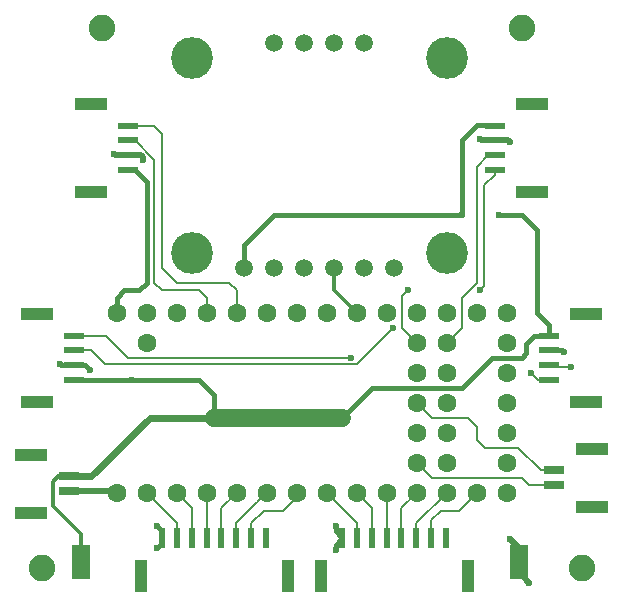
<source format=gtl>
G04 #@! TF.GenerationSoftware,KiCad,Pcbnew,(5.1.9)-1*
G04 #@! TF.CreationDate,2021-04-18T01:47:18-07:00*
G04 #@! TF.ProjectId,UAS_Teensy,5541535f-5465-4656-9e73-792e6b696361,rev?*
G04 #@! TF.SameCoordinates,Original*
G04 #@! TF.FileFunction,Copper,L1,Top*
G04 #@! TF.FilePolarity,Positive*
%FSLAX46Y46*%
G04 Gerber Fmt 4.6, Leading zero omitted, Abs format (unit mm)*
G04 Created by KiCad (PCBNEW (5.1.9)-1) date 2021-04-18 01:47:18*
%MOMM*%
%LPD*%
G01*
G04 APERTURE LIST*
G04 #@! TA.AperFunction,SMDPad,CuDef*
%ADD10R,1.500000X3.000000*%
G04 #@! TD*
G04 #@! TA.AperFunction,SMDPad,CuDef*
%ADD11R,2.700000X1.000000*%
G04 #@! TD*
G04 #@! TA.AperFunction,SMDPad,CuDef*
%ADD12R,1.700000X0.600000*%
G04 #@! TD*
G04 #@! TA.AperFunction,SMDPad,CuDef*
%ADD13R,1.803400X0.660400*%
G04 #@! TD*
G04 #@! TA.AperFunction,SMDPad,CuDef*
%ADD14R,2.794000X0.990600*%
G04 #@! TD*
G04 #@! TA.AperFunction,SMDPad,CuDef*
%ADD15R,1.000000X2.700000*%
G04 #@! TD*
G04 #@! TA.AperFunction,SMDPad,CuDef*
%ADD16R,0.600000X1.700000*%
G04 #@! TD*
G04 #@! TA.AperFunction,ComponentPad*
%ADD17C,1.500000*%
G04 #@! TD*
G04 #@! TA.AperFunction,ComponentPad*
%ADD18C,3.540000*%
G04 #@! TD*
G04 #@! TA.AperFunction,ComponentPad*
%ADD19C,1.600000*%
G04 #@! TD*
G04 #@! TA.AperFunction,ViaPad*
%ADD20C,2.250000*%
G04 #@! TD*
G04 #@! TA.AperFunction,ViaPad*
%ADD21C,0.600000*%
G04 #@! TD*
G04 #@! TA.AperFunction,Conductor*
%ADD22C,0.127000*%
G04 #@! TD*
G04 #@! TA.AperFunction,Conductor*
%ADD23C,0.200000*%
G04 #@! TD*
G04 #@! TA.AperFunction,Conductor*
%ADD24C,0.300000*%
G04 #@! TD*
G04 #@! TA.AperFunction,Conductor*
%ADD25C,0.500000*%
G04 #@! TD*
G04 #@! TA.AperFunction,Conductor*
%ADD26C,0.400000*%
G04 #@! TD*
G04 #@! TA.AperFunction,Conductor*
%ADD27C,0.150000*%
G04 #@! TD*
G04 #@! TA.AperFunction,Conductor*
%ADD28C,1.500000*%
G04 #@! TD*
G04 #@! TA.AperFunction,Conductor*
%ADD29C,0.600000*%
G04 #@! TD*
G04 APERTURE END LIST*
D10*
X121666000Y-101092000D03*
X84582000Y-101092000D03*
D11*
X122845000Y-62315000D03*
D12*
X119645000Y-64165000D03*
X119645000Y-65415000D03*
X119645000Y-67915000D03*
X119645000Y-66665000D03*
D11*
X122845000Y-69765000D03*
X85435000Y-69765000D03*
D12*
X88635000Y-67915000D03*
X88635000Y-66665000D03*
X88635000Y-64165000D03*
X88635000Y-65415000D03*
D11*
X85435000Y-62315000D03*
X80863000Y-87545000D03*
D12*
X84063000Y-85695000D03*
X84063000Y-84445000D03*
X84063000Y-81945000D03*
X84063000Y-83195000D03*
D11*
X80863000Y-80095000D03*
X127417000Y-80095000D03*
D12*
X124217000Y-81945000D03*
X124217000Y-83195000D03*
X124217000Y-85695000D03*
X124217000Y-84445000D03*
D11*
X127417000Y-87545000D03*
D13*
X83624979Y-93863000D03*
X83624979Y-95113000D03*
D14*
X80414978Y-92013001D03*
X80414978Y-96962999D03*
D15*
X117350000Y-102260000D03*
X104900000Y-102260000D03*
D16*
X115500000Y-99060000D03*
X106750000Y-99060000D03*
X108000000Y-99060000D03*
X109250000Y-99060000D03*
X114250000Y-99060000D03*
X113000000Y-99060000D03*
X111750000Y-99060000D03*
X110500000Y-99060000D03*
D15*
X102110000Y-102260000D03*
X89660000Y-102260000D03*
D16*
X100260000Y-99060000D03*
X91510000Y-99060000D03*
X92760000Y-99060000D03*
X94010000Y-99060000D03*
X99010000Y-99060000D03*
X97760000Y-99060000D03*
X96510000Y-99060000D03*
X95260000Y-99060000D03*
D17*
X111130000Y-76200000D03*
X108590000Y-76200000D03*
X106050000Y-76200000D03*
X103500000Y-76200000D03*
X100960000Y-76200000D03*
X98430000Y-76200000D03*
X108590000Y-57150000D03*
X106040000Y-57150000D03*
X103510000Y-57150000D03*
X100960000Y-57150000D03*
D18*
X93980000Y-74930000D03*
X115570000Y-74930000D03*
X93980000Y-58420000D03*
X115570000Y-58420000D03*
D19*
X113030000Y-92710000D03*
X115570000Y-92710000D03*
X113030000Y-90170000D03*
X115570000Y-90170000D03*
X113030000Y-87630000D03*
X115570000Y-87630000D03*
X113030000Y-85090000D03*
X115570000Y-85090000D03*
X113030000Y-82550000D03*
X115570000Y-82550000D03*
X87630000Y-95250000D03*
X90170000Y-95250000D03*
X92710000Y-95250000D03*
X95250000Y-95250000D03*
X97790000Y-95250000D03*
X100330000Y-95250000D03*
X102870000Y-95250000D03*
X105410000Y-95250000D03*
X107950000Y-95250000D03*
X110490000Y-95250000D03*
X113030000Y-95250000D03*
X115570000Y-95250000D03*
X118110000Y-95250000D03*
X90170000Y-82550000D03*
X87630000Y-80010000D03*
X90170000Y-80010000D03*
X92710000Y-80010000D03*
X95250000Y-80010000D03*
X97790000Y-80010000D03*
X100330000Y-80010000D03*
X102870000Y-80010000D03*
X105410000Y-80010000D03*
X107950000Y-80010000D03*
X110490000Y-80010000D03*
X113030000Y-80010000D03*
X115570000Y-80010000D03*
X118110000Y-80010000D03*
X120650000Y-95250000D03*
X120650000Y-92710000D03*
X120650000Y-90170000D03*
X120650000Y-80010000D03*
X120650000Y-82550000D03*
X120650000Y-85090000D03*
X120650000Y-87630000D03*
D13*
X124655021Y-94605000D03*
X124655021Y-93355000D03*
D14*
X127865022Y-96454999D03*
X127865022Y-91505001D03*
D20*
X86360000Y-55880000D03*
X121920000Y-55880000D03*
X127000000Y-101600000D03*
X81280000Y-101600000D03*
D21*
X107442000Y-83801000D03*
X110998000Y-81280000D03*
X118364000Y-78105000D03*
X112268000Y-78105000D03*
X106172000Y-98044000D03*
X106172000Y-100076000D03*
X87376000Y-66548000D03*
X118364000Y-65278000D03*
X120904000Y-65532000D03*
X89897164Y-67056000D03*
X91059000Y-99949000D03*
X91059005Y-98043995D03*
X125476000Y-83312000D03*
X85344000Y-84836000D03*
X82804000Y-84328000D03*
X120904000Y-99186986D03*
X122555006Y-102870000D03*
X88900000Y-85725000D03*
X116840000Y-71755000D03*
X120015000Y-71755000D03*
X122682000Y-85090000D03*
X126111000Y-84582000D03*
D22*
X102870000Y-95631000D02*
X102870000Y-95250000D01*
D23*
X101727000Y-96774000D02*
X102870000Y-95631000D01*
X100076000Y-96774000D02*
X101727000Y-96774000D01*
X99010000Y-97840000D02*
X100076000Y-96774000D01*
X99010000Y-99060000D02*
X99010000Y-97840000D01*
X99530001Y-96049999D02*
X100330000Y-95250000D01*
X97750000Y-97830000D02*
X99530001Y-96049999D01*
X97750000Y-98480000D02*
X97750000Y-97830000D01*
X96500000Y-96540000D02*
X97790000Y-95250000D01*
X96500000Y-98480000D02*
X96500000Y-96540000D01*
X95250000Y-98480000D02*
X95250000Y-95250000D01*
X94000000Y-96540000D02*
X92710000Y-95250000D01*
X94000000Y-98480000D02*
X94000000Y-96540000D01*
X90969999Y-96049999D02*
X90170000Y-95250000D01*
X92750000Y-97830000D02*
X90969999Y-96049999D01*
X92750000Y-98480000D02*
X92750000Y-97830000D01*
X116586000Y-96774000D02*
X118110000Y-95250000D01*
X114250000Y-97586000D02*
X115062000Y-96774000D01*
X115062000Y-96774000D02*
X116586000Y-96774000D01*
X114250000Y-99060000D02*
X114250000Y-97586000D01*
X112990000Y-97830000D02*
X115570000Y-95250000D01*
X113000000Y-97840000D02*
X113000000Y-99060000D01*
X112990000Y-97830000D02*
X113000000Y-97840000D01*
X111740000Y-96540000D02*
X113030000Y-95250000D01*
X111740000Y-98480000D02*
X111740000Y-96540000D01*
X110490000Y-98480000D02*
X110490000Y-95250000D01*
X109240000Y-96540000D02*
X107950000Y-95250000D01*
X109240000Y-98480000D02*
X109240000Y-96540000D01*
X106209999Y-96049999D02*
X105410000Y-95250000D01*
X107990000Y-97830000D02*
X106209999Y-96049999D01*
X107990000Y-98480000D02*
X107990000Y-97830000D01*
X84063000Y-81945000D02*
X86771000Y-81945000D01*
X88627000Y-83801000D02*
X107442000Y-83801000D01*
X86771000Y-81945000D02*
X88627000Y-83801000D01*
X107950000Y-84328000D02*
X86614000Y-84328000D01*
X110998000Y-81280000D02*
X107950000Y-84328000D01*
X85481000Y-83195000D02*
X84063000Y-83195000D01*
X86614000Y-84328000D02*
X85481000Y-83195000D01*
D22*
X89185000Y-64165000D02*
X89215000Y-64135000D01*
X88635000Y-64165000D02*
X89185000Y-64165000D01*
D23*
X97790000Y-78105000D02*
X97790000Y-80010000D01*
X90775000Y-64165000D02*
X91440000Y-64830000D01*
X88635000Y-64165000D02*
X90775000Y-64165000D01*
X91440000Y-64830000D02*
X91440000Y-76200000D01*
X91440000Y-76200000D02*
X92710000Y-77470000D01*
X92710000Y-77470000D02*
X97155000Y-77470000D01*
X97155000Y-77470000D02*
X97790000Y-78105000D01*
X95250000Y-78740000D02*
X95250000Y-80010000D01*
X89185000Y-65415000D02*
X90805000Y-67035000D01*
X90805000Y-67035000D02*
X90805000Y-77470000D01*
X90805000Y-77470000D02*
X91440000Y-78105000D01*
X91440000Y-78105000D02*
X94615000Y-78105000D01*
X94615000Y-78105000D02*
X95250000Y-78740000D01*
D22*
X88635000Y-65415000D02*
X89185000Y-65415000D01*
D23*
X111760000Y-78613000D02*
X112268000Y-78105000D01*
X113030000Y-82550000D02*
X111760000Y-81280000D01*
X111760000Y-81280000D02*
X111760000Y-78613000D01*
X118772000Y-69215000D02*
X118772000Y-72236000D01*
X119645000Y-68342000D02*
X118772000Y-69215000D01*
X119645000Y-67915000D02*
X119645000Y-68342000D01*
X118772000Y-77697000D02*
X118364000Y-78105000D01*
X118772000Y-72236000D02*
X118772000Y-77697000D01*
X119095000Y-66665000D02*
X118110000Y-67650000D01*
D22*
X119645000Y-66665000D02*
X119095000Y-66665000D01*
D23*
X118110000Y-67650000D02*
X118110000Y-77470000D01*
X118110000Y-77470000D02*
X116840000Y-78740000D01*
X116840000Y-81280000D02*
X115570000Y-82550000D01*
X116840000Y-78740000D02*
X116840000Y-81280000D01*
D24*
X106050000Y-78110000D02*
X107950000Y-80010000D01*
X106050000Y-76200000D02*
X106050000Y-78110000D01*
D22*
X124655021Y-93355000D02*
X124083521Y-93355000D01*
D23*
X121638321Y-91440000D02*
X123553321Y-93355000D01*
X118808500Y-91440000D02*
X121638321Y-91440000D01*
X123553321Y-93355000D02*
X124655021Y-93355000D01*
X118110000Y-90741500D02*
X118808500Y-91440000D01*
X118110000Y-89662000D02*
X118110000Y-90741500D01*
X114300000Y-88900000D02*
X117348000Y-88900000D01*
X117348000Y-88900000D02*
X118110000Y-89662000D01*
X113030000Y-87630000D02*
X114300000Y-88900000D01*
X121920000Y-93980000D02*
X114300000Y-93980000D01*
X114300000Y-93980000D02*
X113030000Y-92710000D01*
D22*
X124655021Y-94605000D02*
X124083521Y-94605000D01*
D23*
X122545000Y-94605000D02*
X124655021Y-94605000D01*
X121920000Y-93980000D02*
X122545000Y-94605000D01*
D25*
X88635000Y-66665000D02*
X89741328Y-66665000D01*
X87493000Y-66665000D02*
X87376000Y-66548000D01*
X88635000Y-66665000D02*
X87493000Y-66665000D01*
X118501000Y-65415000D02*
X118364000Y-65278000D01*
X119645000Y-65415000D02*
X118501000Y-65415000D01*
X120787000Y-65415000D02*
X120904000Y-65532000D01*
X119645000Y-65415000D02*
X120787000Y-65415000D01*
X124725000Y-83195000D02*
X123942000Y-83195000D01*
D26*
X106172000Y-98482000D02*
X106750000Y-99060000D01*
X106172000Y-98044000D02*
X106172000Y-98482000D01*
X106172000Y-99638000D02*
X106750000Y-99060000D01*
X106172000Y-100076000D02*
X106172000Y-99638000D01*
D25*
X89741328Y-66665000D02*
X89897164Y-66820836D01*
D26*
X91510000Y-99498000D02*
X91059000Y-99949000D01*
X91510000Y-99060000D02*
X91510000Y-99498000D01*
X91510000Y-98494990D02*
X91059005Y-98043995D01*
X91510000Y-99060000D02*
X91510000Y-98494990D01*
X125359000Y-83195000D02*
X125476000Y-83312000D01*
X124217000Y-83195000D02*
X125359000Y-83195000D01*
X82921000Y-84445000D02*
X82804000Y-84328000D01*
X84063000Y-84445000D02*
X82921000Y-84445000D01*
X84953000Y-84445000D02*
X85344000Y-84836000D01*
X84063000Y-84445000D02*
X84953000Y-84445000D01*
D25*
X87493000Y-95113000D02*
X87630000Y-95250000D01*
X83624979Y-95113000D02*
X87493000Y-95113000D01*
D24*
X87202000Y-95678000D02*
X87630000Y-95250000D01*
D25*
X121666000Y-101092000D02*
X121666000Y-99948986D01*
X121666000Y-99948986D02*
X120904000Y-99186986D01*
X121666000Y-101092000D02*
X121666000Y-101980994D01*
X121666000Y-101980994D02*
X122555006Y-102870000D01*
D26*
X88900000Y-85725000D02*
X94615000Y-85725000D01*
X95885000Y-86995000D02*
X95885000Y-88900000D01*
X94615000Y-85725000D02*
X95885000Y-86995000D01*
D27*
X124725000Y-81945000D02*
X124175000Y-81945000D01*
D28*
X95885000Y-88900000D02*
X106680000Y-88900000D01*
D26*
X89185000Y-67915000D02*
X90170000Y-68900000D01*
X88635000Y-67915000D02*
X89185000Y-67915000D01*
X90170000Y-68900000D02*
X90170000Y-77470000D01*
X90170000Y-77470000D02*
X89535000Y-78105000D01*
X89535000Y-78105000D02*
X88265000Y-78105000D01*
X87630000Y-78740000D02*
X87630000Y-80010000D01*
X88265000Y-78105000D02*
X87630000Y-78740000D01*
D27*
X119095000Y-64165000D02*
X119065000Y-64135000D01*
X119645000Y-64165000D02*
X119095000Y-64165000D01*
D26*
X119065000Y-64135000D02*
X118110000Y-64135000D01*
X118110000Y-64135000D02*
X116840000Y-65405000D01*
X116840000Y-65405000D02*
X116840000Y-71755000D01*
D27*
X116840000Y-71755000D02*
X116840000Y-71755000D01*
D26*
X120015000Y-71755000D02*
X121920000Y-71755000D01*
X121920000Y-71755000D02*
X123190000Y-73025000D01*
X123190000Y-73025000D02*
X123190000Y-80010000D01*
X123190000Y-80010000D02*
X123825000Y-80645000D01*
D27*
X123825000Y-80645000D02*
X123875000Y-80645000D01*
D26*
X109220000Y-86360000D02*
X106680000Y-88900000D01*
X116840000Y-86360000D02*
X109220000Y-86360000D01*
X119380000Y-83820000D02*
X116840000Y-86360000D01*
X124217000Y-81037000D02*
X123825000Y-80645000D01*
X124217000Y-81945000D02*
X124217000Y-81037000D01*
X122967000Y-81945000D02*
X124217000Y-81945000D01*
X122300000Y-82612000D02*
X122967000Y-81945000D01*
X119380000Y-83820000D02*
X121920000Y-83820000D01*
X122300000Y-83440000D02*
X122300000Y-82612000D01*
X121920000Y-83820000D02*
X122300000Y-83440000D01*
X88870000Y-85695000D02*
X88900000Y-85725000D01*
X84063000Y-85695000D02*
X88870000Y-85695000D01*
D29*
X83624979Y-93863000D02*
X85461000Y-93863000D01*
X90424000Y-88900000D02*
X95885000Y-88900000D01*
X85461000Y-93863000D02*
X90424000Y-88900000D01*
D26*
X98430000Y-76200000D02*
X98430000Y-74290000D01*
X100965000Y-71755000D02*
X98430000Y-74290000D01*
X116840000Y-71755000D02*
X100965000Y-71755000D01*
D24*
X82667000Y-93863000D02*
X83624979Y-93863000D01*
X82232500Y-94297500D02*
X82667000Y-93863000D01*
X82232500Y-96389619D02*
X82232500Y-94297500D01*
X84582000Y-98739119D02*
X82232500Y-96389619D01*
X84582000Y-101092000D02*
X84582000Y-98739119D01*
D23*
X123287000Y-85695000D02*
X122682000Y-85090000D01*
X123287000Y-85695000D02*
X124217000Y-85695000D01*
X125974000Y-84445000D02*
X126111000Y-84582000D01*
X124354000Y-84582000D02*
X124217000Y-84445000D01*
X126111000Y-84582000D02*
X124354000Y-84582000D01*
M02*

</source>
